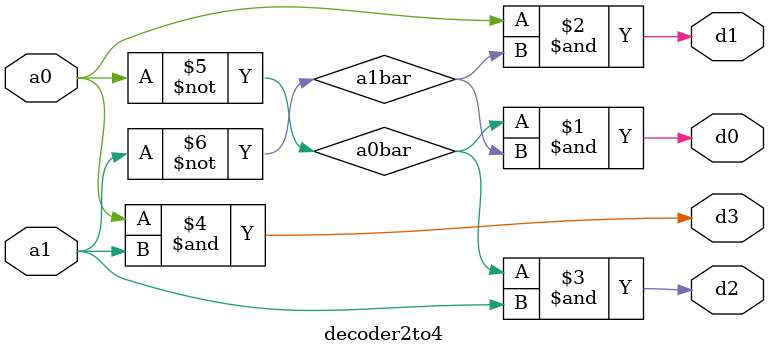
<source format=v>
module decoder2to4(a0,a1,d0,d1,d2,d3);
input a0, a1;
output d0,d1,d2,d3;
  not(a0bar,a0);
not(a1bar,a1);
and(d0,a0bar,a1bar);
and(d1,a0,a1bar);
and(d2,a0bar,a1);
and(d3,a0,a1);
endmodule
</source>
